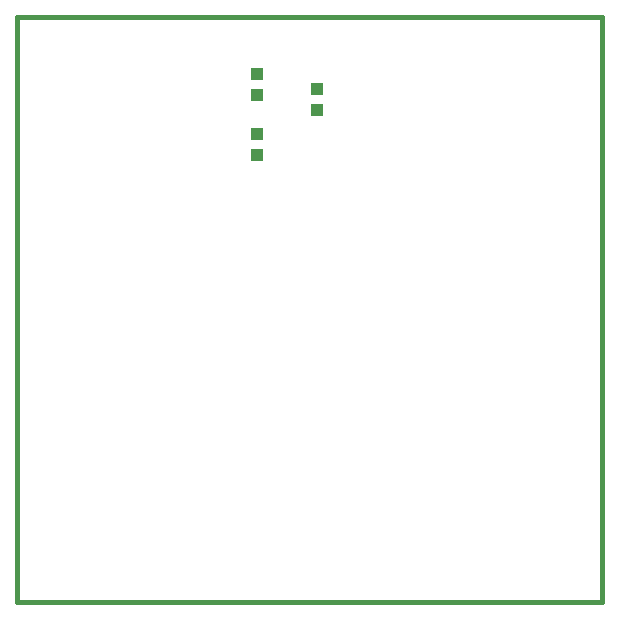
<source format=gtp>
G04 (created by PCBNEW (2013-01-23 BZR 3920)-testing) date Thu 24 Jan 2013 01:04:39 AM CET*
%MOIN*%
G04 Gerber Fmt 3.4, Leading zero omitted, Abs format*
%FSLAX34Y34*%
G01*
G70*
G90*
G04 APERTURE LIST*
%ADD10C,2.3622e-06*%
%ADD11C,0.015*%
%ADD12R,0.0433X0.0393*%
G04 APERTURE END LIST*
G54D10*
G54D11*
X76250Y-13750D02*
X76250Y-33250D01*
X56750Y-13750D02*
X76250Y-13750D01*
X56750Y-33250D02*
X76250Y-33250D01*
X56750Y-13750D02*
X56750Y-33250D01*
G54D12*
X64750Y-16334D03*
X64750Y-15666D03*
X66750Y-16834D03*
X66750Y-16166D03*
X64750Y-18334D03*
X64750Y-17666D03*
M02*

</source>
